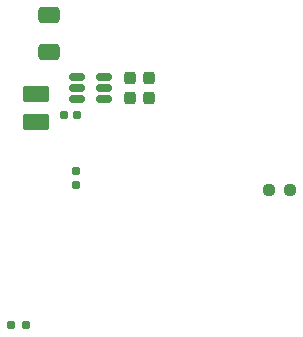
<source format=gbr>
%TF.GenerationSoftware,KiCad,Pcbnew,7.0.10*%
%TF.CreationDate,2024-03-13T10:09:45-04:00*%
%TF.ProjectId,MainPCB,4d61696e-5043-4422-9e6b-696361645f70,rev?*%
%TF.SameCoordinates,Original*%
%TF.FileFunction,Paste,Top*%
%TF.FilePolarity,Positive*%
%FSLAX46Y46*%
G04 Gerber Fmt 4.6, Leading zero omitted, Abs format (unit mm)*
G04 Created by KiCad (PCBNEW 7.0.10) date 2024-03-13 10:09:45*
%MOMM*%
%LPD*%
G01*
G04 APERTURE LIST*
G04 Aperture macros list*
%AMRoundRect*
0 Rectangle with rounded corners*
0 $1 Rounding radius*
0 $2 $3 $4 $5 $6 $7 $8 $9 X,Y pos of 4 corners*
0 Add a 4 corners polygon primitive as box body*
4,1,4,$2,$3,$4,$5,$6,$7,$8,$9,$2,$3,0*
0 Add four circle primitives for the rounded corners*
1,1,$1+$1,$2,$3*
1,1,$1+$1,$4,$5*
1,1,$1+$1,$6,$7*
1,1,$1+$1,$8,$9*
0 Add four rect primitives between the rounded corners*
20,1,$1+$1,$2,$3,$4,$5,0*
20,1,$1+$1,$4,$5,$6,$7,0*
20,1,$1+$1,$6,$7,$8,$9,0*
20,1,$1+$1,$8,$9,$2,$3,0*%
G04 Aperture macros list end*
%ADD10RoundRect,0.155000X0.212500X0.155000X-0.212500X0.155000X-0.212500X-0.155000X0.212500X-0.155000X0*%
%ADD11RoundRect,0.237500X-0.237500X0.300000X-0.237500X-0.300000X0.237500X-0.300000X0.237500X0.300000X0*%
%ADD12RoundRect,0.160000X0.160000X-0.197500X0.160000X0.197500X-0.160000X0.197500X-0.160000X-0.197500X0*%
%ADD13RoundRect,0.160000X0.197500X0.160000X-0.197500X0.160000X-0.197500X-0.160000X0.197500X-0.160000X0*%
%ADD14RoundRect,0.237500X-0.250000X-0.237500X0.250000X-0.237500X0.250000X0.237500X-0.250000X0.237500X0*%
%ADD15RoundRect,0.250001X-0.849999X0.462499X-0.849999X-0.462499X0.849999X-0.462499X0.849999X0.462499X0*%
%ADD16RoundRect,0.250000X0.650000X-0.412500X0.650000X0.412500X-0.650000X0.412500X-0.650000X-0.412500X0*%
%ADD17RoundRect,0.150000X0.512500X0.150000X-0.512500X0.150000X-0.512500X-0.150000X0.512500X-0.150000X0*%
G04 APERTURE END LIST*
D10*
%TO.C,C2*%
X51943000Y-87757000D03*
X50808000Y-87757000D03*
%TD*%
D11*
%TO.C,C3*%
X58039000Y-84582000D03*
X58039000Y-86307000D03*
%TD*%
D12*
%TO.C,R1*%
X51816000Y-93688500D03*
X51816000Y-92493500D03*
%TD*%
D13*
%TO.C,R2*%
X47564000Y-105537000D03*
X46369000Y-105537000D03*
%TD*%
D14*
%TO.C,R3*%
X68152000Y-94107000D03*
X69977000Y-94107000D03*
%TD*%
D15*
%TO.C,L1*%
X48446500Y-85979000D03*
X48446500Y-88304000D03*
%TD*%
D11*
%TO.C,C4*%
X56388000Y-84582000D03*
X56388000Y-86307000D03*
%TD*%
D16*
%TO.C,C1*%
X49530000Y-82423000D03*
X49530000Y-79298000D03*
%TD*%
D17*
%TO.C,U1*%
X54223500Y-86421000D03*
X54223500Y-85471000D03*
X54223500Y-84521000D03*
X51948500Y-84521000D03*
X51948500Y-85471000D03*
X51948500Y-86421000D03*
%TD*%
M02*

</source>
